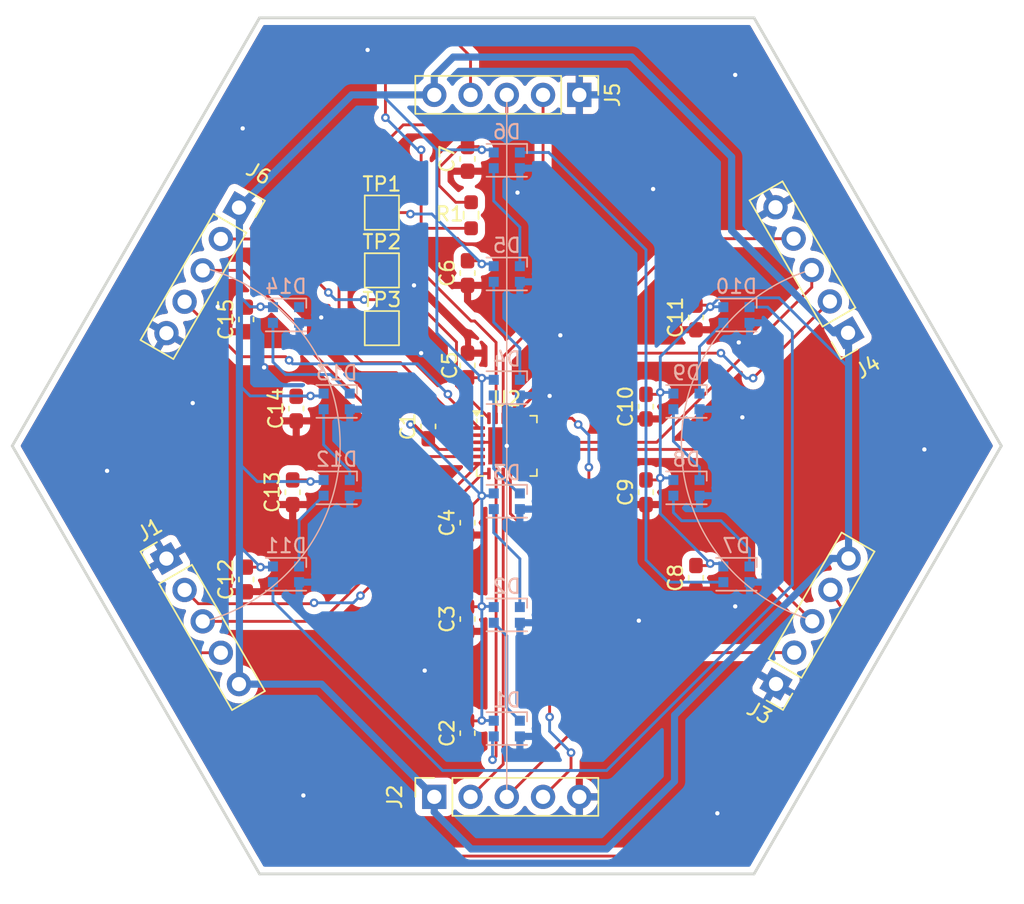
<source format=kicad_pcb>
(kicad_pcb (version 20240108) (generator "pcbnew") (generator_version "8.0")
  (layers (0 "F.Cu" signal) (31 "B.Cu" signal) (34 "B.Paste" user) (35 "F.Paste" user) (36 "B.SilkS" user "B.Silkscreen") (37 "F.SilkS" user "F.Silkscreen") (38 "B.Mask" user) (39 "F.Mask" user) (44 "Edge.Cuts" user))
  (net 0 "")
  (net 1 "GND")
  (net 2 "VCC")
  (net 3 "/LED")
  (net 4 "Net-(D1-DOUT)")
  (net 5 "Net-(D2-DOUT)")
  (net 6 "Net-(D3-DOUT)")
  (net 7 "Net-(D4-DOUT)")
  (net 8 "Net-(D5-DOUT)")
  (net 9 "Net-(D6-DOUT)")
  (net 10 "Net-(D7-DOUT)")
  (net 11 "/SIDE_1")
  (net 12 "/SPARE_1")
  (net 13 "/SPARE_2a")
  (net 14 "/SIDE_2")
  (net 15 "/SIDE_3")
  (net 16 "/SPARE_2b")
  (net 17 "/SIDE_4")
  (net 18 "/SPARE_3")
  (net 19 "/SIDE_5")
  (net 20 "/SPARE_4a")
  (net 21 "/SPARE_4b")
  (net 22 "/SIDE_6")
  (net 23 "/UPDI")
  (net 29 "/SPARE_5")
  (net 30 "/SPARE_6b")
  (net 31 "/SPARE_6a")
  (net 32 "Net-(D8-DOUT)")
  (net 33 "/LED_OUT_1")
  (net 34 "Net-(D10-DOUT)")
  (net 35 "Net-(D11-DOUT)")
  (net 36 "Net-(D12-DOUT)")
  (net 37 "Net-(D13-DOUT)")
  (footprint "Capacitor_SMD:C_0603_1608Metric_Pad1.08x0.95mm_HandSolder" (layer "F.Cu") (at 137.31 92.1375 90)
    (property "Reference" "C3")
    (property "Value" "0.1uF")
  )
  (footprint "Capacitor_SMD:C_0603_1608Metric_Pad1.08x0.95mm_HandSolder" (layer "F.Cu") (at 125.31 77.3875 90)
    (property "Reference" "C14")
    (property "Value" "0.1uF")
  )
  (footprint "Capacitor_SMD:C_0603_1608Metric_Pad1.08x0.95mm_HandSolder" (layer "F.Cu") (at 137.31 85.3875 90)
    (property "Reference" "C4")
    (property "Value" "0.1uF")
  )
  (footprint "Connector_PinSocket_2.54mm:PinSocket_1x05_P2.54mm_Vertical" (layer "F.Cu") (at 134.98 104.6 90)
    (property "Reference" "J2")
    (property "Value" "Conn_01x05_Socket")
  )
  (footprint "Resistor_SMD:R_0603_1608Metric_Pad0.98x0.95mm_HandSolder" (layer "F.Cu") (at 137.56 63.8375 -90)
    (property "Reference" "R1")
    (property "Value" "DNP")
  )
  (footprint "Capacitor_SMD:C_0603_1608Metric_Pad1.08x0.95mm_HandSolder" (layer "F.Cu") (at 153.31 71 90)
    (property "Reference" "C11")
    (property "Value" "0.1uF")
  )
  (footprint "TestPoint:TestPoint_Pad_2.0x2.0mm" (layer "F.Cu") (at 131.31 71.75)
    (property "Reference" "TP3")
    (property "Value" "TestPoint")
  )
  (footprint "Capacitor_SMD:C_0603_1608Metric_Pad1.08x0.95mm_HandSolder" (layer "F.Cu") (at 134.56 78.6375 90)
    (property "Reference" "C1")
    (property "Value" "0.1uF")
  )
  (footprint "Capacitor_SMD:C_0603_1608Metric_Pad1.08x0.95mm_HandSolder" (layer "F.Cu") (at 137.31 67.8875 90)
    (property "Reference" "C6")
    (property "Value" "0.1uF")
  )
  (footprint "Capacitor_SMD:C_0603_1608Metric_Pad1.08x0.95mm_HandSolder" (layer "F.Cu") (at 149.81 83.25 90)
    (property "Reference" "C9")
    (property "Value" "0.1uF")
  )
  (footprint "TestPoint:TestPoint_Pad_2.0x2.0mm" (layer "F.Cu") (at 131.31 67.7)
    (property "Reference" "TP2")
    (property "Value" "TestPoint")
  )
  (footprint "Capacitor_SMD:C_0603_1608Metric_Pad1.08x0.95mm_HandSolder" (layer "F.Cu") (at 137.31 59.8875 90)
    (property "Reference" "C7")
    (property "Value" "0.1uF")
  )
  (footprint "Connector_PinHeader_2.54mm:PinHeader_1x05_P2.54mm_Vertical" (layer "F.Cu") (at 158.92 96.689409 150)
    (property "Reference" "J3")
    (property "Value" "Conn_01x05_Pin")
  )
  (footprint "Capacitor_SMD:C_0603_1608Metric_Pad1.08x0.95mm_HandSolder" (layer "F.Cu") (at 121.81 71.1375 90)
    (property "Reference" "C15")
    (property "Value" "0.1uF")
  )
  (footprint "Capacitor_SMD:C_0603_1608Metric_Pad1.08x0.95mm_HandSolder" (layer "F.Cu") (at 125.06 83.25 90)
    (property "Reference" "C13")
    (property "Value" "0.1uF")
  )
  (footprint "Connector_PinSocket_2.54mm:PinSocket_1x05_P2.54mm_Vertical" (layer "F.Cu") (at 121.3 63.300591 -30)
    (property "Reference" "J6")
    (property "Value" "Conn_01x05_Socket")
  )
  (footprint "Capacitor_SMD:C_0603_1608Metric_Pad1.08x0.95mm_HandSolder" (layer "F.Cu") (at 153.31 89.25 90)
    (property "Reference" "C8")
    (property "Value" "0.1uF")
  )
  (footprint "Capacitor_SMD:C_0603_1608Metric_Pad1.08x0.95mm_HandSolder" (layer "F.Cu") (at 137.31 100.1375 90)
    (property "Reference" "C2")
    (property "Value" "0.1uF")
  )
  (footprint "Connector_PinSocket_2.54mm:PinSocket_1x05_P2.54mm_Vertical" (layer "F.Cu") (at 163.963349 72.075928 -150)
    (property "Reference" "J4")
    (property "Value" "Conn_01x05_Socket")
  )
  (footprint "Capacitor_SMD:C_0603_1608Metric_Pad1.08x0.95mm_HandSolder" (layer "F.Cu") (at 149.81 77.25 90)
    (property "Reference" "C10")
    (property "Value" "0.1uF")
  )
  (footprint "Connector_PinHeader_2.54mm:PinHeader_1x05_P2.54mm_Vertical" (layer "F.Cu") (at 116.22 87.900591 30)
    (property "Reference" "J1")
    (property "Value" "Conn_01x05_Pin")
  )
  (footprint "Capacitor_SMD:C_0603_1608Metric_Pad1.08x0.95mm_HandSolder" (layer "F.Cu") (at 137.31 74.3625 -90)
    (property "Reference" "C5")
    (property "Value" "0.1uF")
  )
  (footprint "Connector_PinHeader_2.54mm:PinHeader_1x05_P2.54mm_Vertical" (layer "F.Cu") (at 145.14 55.4 -90)
    (property "Reference" "J5")
    (property "Value" "Conn_01x05_Pin")
  )
  (footprint "TestPoint:TestPoint_Pad_2.0x2.0mm" (layer "F.Cu") (at 131.31 63.65)
    (property "Reference" "TP1")
    (property "Value" "TestPoint")
  )
  (footprint "Package_DFN_QFN:QFN-24-1EP_4x4mm_P0.5mm_EP2.6x2.6mm" (layer "F.Cu") (at 140.06 80)
    (property "Reference" "U2")
    (property "Value" "ATtiny3217-M")
  )
  (footprint "Capacitor_SMD:C_0603_1608Metric_Pad1.08x0.95mm_HandSolder" (layer "F.Cu") (at 121.81 89.3625 90)
    (property "Reference" "C12")
    (property "Value" "0.1uF")
  )
  (footprint "LED_SMD:LED_WS2812B-2020_PLCC4_2.0x2.0mm" (layer "B.Cu") (at 140.06 67.9525 180)
    (property "Reference" "D5")
    (property "Value" "WS2812B-2020")
  )
  (footprint "LED_SMD:LED_WS2812B-2020_PLCC4_2.0x2.0mm" (layer "B.Cu") (at 140.06 59.9875 180)
    (property "Reference" "D6")
    (property "Value" "WS2812B-2020")
  )
  (footprint "LED_SMD:LED_WS2812B-2020_PLCC4_2.0x2.0mm" (layer "B.Cu") (at 152.645 76.883333 180)
    (property "Reference" "D9")
    (property "Value" "WS2812B-2020")
  )
  (footprint "LED_SMD:LED_WS2812B-2020_PLCC4_2.0x2.0mm" (layer "B.Cu") (at 140.06 91.8475 180)
    (property "Reference" "D2")
    (property "Value" "WS2812B-2020")
  )
  (footprint "LED_SMD:LED_WS2812B-2020_PLCC4_2.0x2.0mm" (layer "B.Cu") (at 124.595 70.825 180)
    (property "Reference" "D14")
    (property "Value" "WS2812B-2020")
  )
  (footprint "LED_SMD:LED_WS2812B-2020_PLCC4_2.0x2.0mm" (layer "B.Cu") (at 140.06 99.8125 180)
    (property "Reference" "D1")
    (property "Value" "WS2812B-2020")
  )
  (footprint "LED_SMD:LED_WS2812B-2020_PLCC4_2.0x2.0mm" (layer "B.Cu") (at 128.145 76.883333 180)
    (property "Reference" "D13")
    (property "Value" "WS2812B-2020")
  )
  (footprint "LED_SMD:LED_WS2812B-2020_PLCC4_2.0x2.0mm" (layer "B.Cu") (at 140.06 83.8825 180)
    (property "Reference" "D3")
    (property "Value" "WS2812B-2020")
  )
  (footprint "LED_SMD:LED_WS2812B-2020_PLCC4_2.0x2.0mm" (layer "B.Cu") (at 152.645 82.941666 180)
    (property "Reference" "D8")
    (property "Value" "WS2812B-2020")
  )
  (footprint "LED_SMD:LED_WS2812B-2020_PLCC4_2.0x2.0mm" (layer "B.Cu") (at 156.145 89 180)
    (property "Reference" "D7")
    (property "Value" "WS2812B-2020")
  )
  (footprint "LED_SMD:LED_WS2812B-2020_PLCC4_2.0x2.0mm" (layer "B.Cu") (at 140.06 75.9175 180)
    (property "Reference" "D4")
    (property "Value" "WS2812B-2020")
  )
  (footprint "LED_SMD:LED_WS2812B-2020_PLCC4_2.0x2.0mm" (layer "B.Cu") (at 128.145 82.941666 180)
    (property "Reference" "D12")
    (property "Value" "WS2812B-2020")
  )
  (footprint "LED_SMD:LED_WS2812B-2020_PLCC4_2.0x2.0mm" (layer "B.Cu") (at 124.595 89 180)
    (property "Reference" "D11")
    (property "Value" "WS2812B-2020")
  )
  (footprint "LED_SMD:LED_WS2812B-2020_PLCC4_2.0x2.0mm" (layer "B.Cu") (at 156.145 70.825 180)
    (property "Reference" "D10")
    (property "Value" "WS2812B-2020")
  )
  (gr_line (start 140.06 105) (end 140.06 55) (stroke (width 0.1)) (layer "B.SilkS"))
  (gr_arc (start 119.194085 67.615745) (mid 128.385 79.875) (end 119.264538 92.186759) (stroke (width 0.1)) (layer "B.SilkS"))
  (gr_arc (start 161.480453 92.221015) (mid 152.289538 79.96176) (end 161.41 67.650001) (stroke (width 0.1)) (layer "B.SilkS"))
  (gr_line (start 122.739492 110) (end 157.380508 110) (stroke (width 0.2)) (layer "Edge.Cuts"))
  (gr_line (start 157.380508 110) (end 174.701016 80) (stroke (width 0.2)) (layer "Edge.Cuts"))
  (gr_line (start 174.701016 80) (end 157.380508 50) (stroke (width 0.2)) (layer "Edge.Cuts"))
  (gr_line (start 122.739492 50) (end 105.418984 80) (stroke (width 0.2)) (layer "Edge.Cuts"))
  (gr_line (start 105.418984 80) (end 122.739492 110) (stroke (width 0.2)) (layer "Edge.Cuts"))
  (gr_line (start 157.380508 50) (end 122.739492 50) (stroke (width 0.2)) (layer "Edge.Cuts"))
  (segment (start 139.81 79.75) (end 140.06 80) (width 0.2) (layer "F.Cu") (net 1))
  (segment (start 138.1225 79.75) (end 139.81 79.75) (width 0.2) (layer "F.Cu") (net 1))
  (segment (start 138.1225 79.75) (end 136.535 79.75) (width 0.2) (layer "F.Cu") (net 1))
  (segment (start 136.535 79.75) (end 134.56 77.775) (width 0.2) (layer "F.Cu") (net 1))
  (via (at 156.06 54) (size 0.6) (drill 0.3) (layers "F.Cu" "B.Cu") (net 1))
  (via (at 134.06 73.5) (size 0.6) (drill 0.3) (layers "F.Cu" "B.Cu") (net 1))
  (via (at 154.81 105.75) (size 0.6) (drill 0.3) (layers "F.Cu" "B.Cu") (net 1))
  (via (at 112.06 81.75) (size 0.6) (drill 0.3) (layers "F.Cu" "B.Cu") (net 1))
  (via (at 134.31 95.75) (size 0.6) (drill 0.3) (layers "F.Cu" "B.Cu") (net 1))
  (via (at 143.06 76.5) (size 0.6) (drill 0.3) (layers "F.Cu" "B.Cu") (net 1))
  (via (at 130.31 52.25) (size 0.6) (drill 0.3) (layers "F.Cu" "B.Cu") (net 1))
  (via (at 150.31 62) (size 0.6) (drill 0.3) (layers "F.Cu" "B.Cu") (net 1))
  (via (at 121.56 57.75) (size 0.6) (drill 0.3) (layers "F.Cu" "B.Cu") (net 1))
  (via (at 127.06 71) (size 0.6) (drill 0.3) (layers "F.Cu" "B.Cu") (net 1))
  (via (at 169.31 80.25) (size 0.6) (drill 0.3) (layers "F.Cu" "B.Cu") (net 1))
  (via (at 156.31 72.75) (size 0.6) (drill 0.3) (layers "F.Cu" "B.Cu") (net 1))
  (via (at 133.56 68.75) (size 0.6) (drill 0.3) (layers "F.Cu" "B.Cu") (net 1))
  (via (at 140.81 62.25) (size 0.6) (drill 0.3) (layers "F.Cu" "B.Cu") (net 1))
  (via (at 118.06 77) (size 0.6) (drill 0.3) (layers "F.Cu" "B.Cu") (net 1))
  (via (at 123.06 74.5) (size 0.6) (drill 0.3) (layers "F.Cu" "B.Cu") (net 1))
  (via (at 156.06 91.25) (size 0.6) (drill 0.3) (layers "F.Cu" "B.Cu") (net 1))
  (via (at 143.81 72.25) (size 0.6) (drill 0.3) (layers "F.Cu" "B.Cu") (net 1))
  (via (at 119.81 70.25) (size 0.6) (drill 0.3) (layers "F.Cu" "B.Cu") (net 1))
  (via (at 156.56 78) (size 0.6) (drill 0.3) (layers "F.Cu" "B.Cu") (net 1))
  (via (at 125.81 104.5) (size 0.6) (drill 0.3) (layers "F.Cu" "B.Cu") (net 1))
  (via (at 140.06 80) (size 0.6) (drill 0.3) (layers "F.Cu" "B.Cu") (net 1))
  (via (at 149.31 92.25) (size 0.6) (drill 0.3) (layers "F.Cu" "B.Cu") (net 1))
  (segment (start 140.975 76.4675) (end 143.0275 76.4675) (width 0.2) (layer "B.Cu") (net 1))
  (segment (start 143.0275 76.4675) (end 143.06 76.5) (width 0.2) (layer "B.Cu") (net 1))
  (segment (start 137.56 62.925) (end 136.485 62.925) (width 0.2) (layer "F.Cu") (net 2))
  (segment (start 122.06 88.525) (end 121.835 88.525) (width 0.2) (layer "F.Cu") (net 2))
  (segment (start 121.835 88.525) (end 121.81 88.5) (width 0.2) (layer "F.Cu") (net 2))
  (segment (start 135.31 61.75) (end 135.31 60.5) (width 0.2) (layer "F.Cu") (net 2))
  (segment (start 137.31 84.525) (end 137.31 84.5) (width 0.2) (layer "F.Cu") (net 2))
  (segment (start 134.56 79.5) (end 135.31 80.25) (width 0.2) (layer "F.Cu") (net 2))
  (segment (start 154.1975 70.1375) (end 154.31 70.25) (width 0.2) (layer "F.Cu") (net 2))
  (segment (start 137.31 91.275) (end 138.285 91.275) (width 0.2) (layer "F.Cu") (net 2))
  (segment (start 153.31 88.3875) (end 154.1725 88.3875) (width 0.2) (layer "F.Cu") (net 2))
  (segment (start 125.06 82.3875) (end 126.1975 82.3875) (width 0.2) (layer "F.Cu") (net 2))
  (segment (start 126.285 76.525) (end 126.31 76.5) (width 0.2) (layer "F.Cu") (net 2))
  (segment (start 154.1725 88.3875) (end 154.31 88.25) (width 0.2) (layer "F.Cu") (net 2))
  (segment (start 150.6725 76.3875) (end 150.81 76.25) (width 0.2) (layer "F.Cu") (net 2))
  (segment (start 125.31 76.525) (end 126.285 76.525) (width 0.2) (layer "F.Cu") (net 2))
  (segment (start 135.31 60.5) (end 136.785 59.025) (width 0.2) (layer "F.Cu") (net 2))
  (segment (start 149.81 82.3875) (end 150.6725 82.3875) (width 0.2) (layer "F.Cu") (net 2))
  (segment (start 137.31 67.025) (end 138.085 67.025) (width 0.2) (layer "F.Cu") (net 2))
  (segment (start 136.485 62.925) (end 135.31 61.75) (width 0.2) (layer "F.Cu") (net 2))
  (segment (start 138.285 99.275) (end 138.31 99.25) (width 0.2) (layer "F.Cu") (net 2))
  (segment (start 133.56 78.5) (end 134.56 79.5) (width 0.2) (layer "F.Cu") (net 2))
  (segment (start 138.085 67.025) (end 138.31 67.25) (width 0.2) (layer "F.Cu") (net 2))
  (segment (start 122.785 70.275) (end 122.81 70.25) (width 0.2) (layer "F.Cu") (net 2))
  (segment (start 137.31 84.5) (end 138.31 83.5) (width 0.2) (layer "F.Cu") (net 2))
  (segment (start 138.285 91.275) (end 138.31 91.25) (width 0.2) (layer "F.Cu") (net 2))
  (segment (start 153.31 70.1375) (end 154.1975 70.1375) (width 0.2) (layer "F.Cu") (net 2))
  (segment (start 133.31 78.5) (end 133.56 78.5) (width 0.2) (layer "F.Cu") (net 2))
  (segment (start 138.085 59.025) (end 138.31 59.25) (width 0.2) (layer "F.Cu") (net 2))
  (segment (start 133.31 63.75) (end 133.21 63.65) (width 0.2) (layer "F.Cu") (net 2))
  (segment (start 138.285 75.225) (end 138.31 75.25) (width 0.2) (layer "F.Cu") (net 2))
  (segment (start 150.6725 82.3875) (end 150.81 82.25) (width 0.2) (layer "F.Cu") (net 2))
  (segment (start 135.31 80.25) (end 138.1225 80.25) (width 0.2) (layer "F.Cu") (net 2))
  (segment (start 149.81 76.3875) (end 150.6725 76.3875) (width 0.2) (layer "F.Cu") (net 2))
  (segment (start 136.785 59.025) (end 137.31 59.025) (width 0.2) (layer "F.Cu") (net 2))
  (segment (start 133.21 63.65) (end 131.31 63.65) (width 0.2) (layer "F.Cu") (net 2))
  (segment (start 121.81 88.5) (end 122.81 88.5) (width 0.2) (layer "F.Cu") (net 2))
  (segment (start 126.1975 82.3875) (end 126.31 82.5) (width 0.2) (layer "F.Cu") (net 2))
  (segment (start 137.31 75.225) (end 138.285 75.225) (width 0.2) (layer "F.Cu") (net 2))
  (segment (start 137.31 59.025) (end 138.085 59.025) (width 0.2) (layer "F.Cu") (net 2))
  (segment (start 121.81 70.275) (end 122.785 70.275) (width 0.2) (layer "F.Cu") (net 2))
  (segment (start 137.31 99.275) (end 138.285 99.275) (width 0.2) (layer "F.Cu") (net 2))
  (via (at 138.31 91.25) (size 0.6) (drill 0.3) (layers "F.Cu" "B.Cu") (net 2))
  (via (at 122.81 88.5) (size 0.6) (drill 0.3) (layers "F.Cu" "B.Cu") (net 2))
  (via (at 138.31 75.25) (size 0.6) (drill 0.3) (layers "F.Cu" "B.Cu") (net 2))
  (via (at 154.31 70.25) (size 0.6) (drill 0.3) (layers "F.Cu" "B.Cu") (net 2))
  (via (at 138.31 59.25) (size 0.6) (drill 0.3) (layers "F.Cu" "B.Cu") (net 2))
  (via (at 133.31 78.5) (size 0.6) (drill 0.3) (layers "F.Cu" "B.Cu") (net 2))
  (via (at 126.31 76.5) (size 0.6) (drill 0.3) (layers "F.Cu" "B.Cu") (net 2))
  (via (at 133.31 63.75) (size 0.6) (drill 0.3) (layers "F.Cu" "B.Cu") (net 2))
  (via (at 138.31 99.25) (size 0.6) (drill 0.3) (layers "F.Cu" "B.Cu") (net 2))
  (via (at 150.81 76.25) (size 0.6) (drill 0.3) (layers "F.Cu" "B.Cu") (net 2))
  (via (at 122.81 70.25) (size 0.6) (drill 0.3) (layers "F.Cu" "B.Cu") (net 2))
  (via (at 126.31 82.5) (size 0.6) (drill 0.3) (layers "F.Cu" "B.Cu") (net 2))
  (via (at 138.31 67.25) (size 0.6) (drill 0.3) (layers "F.Cu" "B.Cu") (net 2))
  (via (at 150.81 82.25) (size 0.6) (drill 0.3) (layers "F.Cu" "B.Cu") (net 2))
  (via (at 154.31 88.25) (size 0.6) (drill 0.3) (layers "F.Cu" "B.Cu") (net 2))
  (via (at 138.31 83.5) (size 0.6) (drill 0.3) (layers "F.Cu" "B.Cu") (net 2))
  (segment (start 138.31 99.25) (end 138.31 91.25) (width 0.2) (layer "B.Cu") (net 2))
  (segment (start 155.81 59.75) (end 155.81 64.904075) (width 0.5) (layer "B.Cu") (net 2))
  (segment (start 138.31 75.25) (end 139.0275 75.25) (width 0.2) (layer "B.Cu") (net 2))
  (segment (start 151.81 103.5) (end 147.06 108.25) (width 0.5) (layer "B.Cu") (net 2))
  (segment (start 121.3 63.300591) (end 121.33 63.330591) (width 0.5) (layer "B.Cu") (net 2))
  (segment (start 126.31 82.5) (end 122.58 82.5) (width 0.2) (layer "B.Cu") (net 2))
  (segment (start 151.81 98.87851) (end 151.81 103.5) (width 0.5) (layer "B.Cu") (net 2))
  (segment (start 164 87.890591) (end 164 74.5) (width 0.5) (layer "B.Cu") (net 2))
  (segment (start 154.31 70.25) (end 155.205 70.25) (width 0.2) (layer "B.Cu") (net 2))
  (segment (start 139.0275 75.25) (end 139.145 75.3675) (width 0.2) (layer "B.Cu") (net 2))
  (segment (start 121.33 63.330591) (end 121.33 69.5) (width 0.5) (layer "B.Cu") (net 2))
  (segment (start 137.56 108.25) (end 134.98 105.67) (width 0.5) (layer "B.Cu") (net 2))
  (segment (start 127.121666 82.5) (end 127.23 82.391666) (width 0.2) (layer "B.Cu") (net 2))
  (segment (start 159.125 69.625) (end 164 74.5) (width 0.2) (layer "B.Cu") (net 2))
  (segment (start 138.31 99.25) (end 139.1325 99.25) (width 0.2) (layer "B.Cu") (net 2))
  (segment (start 122.08 76.5) (end 121.33 75.75) (width 0.2) (layer "B.Cu") (net 2))
  (segment (start 123.63 88.5) (end 123.68 88.45) (width 0.2) (layer "B.Cu") (net 2))
  (segment (start 134.98 105.67) (end 134.98 104.6) (width 0.5) (layer "B.Cu") (net 2))
  (segment (start 122.08 70.25) (end 121.33 69.5) (width 0.2) (layer "B.Cu") (net 2))
  (segment (start 121.33 96.669409) (end 121.3 96.699409) (width 0.5) (layer "B.Cu") (net 2))
  (segment (start 121.33 69.5) (end 121.33 75.75) (width 0.5) (layer "B.Cu") (net 2))
  (segment (start 127.063333 76.5) (end 127.23 76.333333) (width 0.2) (layer "B.Cu") (net 2))
  (segment (start 134.81 63.75) (end 133.31 63.75) (width 0.2) (layer "B.Cu") (net 2))
  (segment (start 122.81 70.25) (end 122.08 70.25) (width 0.2) (layer "B.Cu") (net 2))
  (segment (start 155.205 70.25) (end 155.23 70.275) (width 0.2) (layer "B.Cu") (net 2))
  (segment (start 162.981853 72.075928) (end 163.963349 72.075928) (width 0.5) (layer "B.Cu") (net 2))
  (segment (start 164 72.112579) (end 163.963349 72.075928) (width 0.5) (layer "B.Cu") (net 2))
  (segment (start 147.06 108.25) (end 137.56 108.25) (width 0.5) (layer "B.Cu") (net 2))
  (segment (start 154.31 70.25) (end 154.935 69.625) (width 0.2) (layer "B.Cu") (net 2))
  (segment (start 138.31 83.5) (end 138.9775 83.5) (width 0.2) (layer "B.Cu") (net 2))
  (segment (start 139.1325 99.25) (end 139.145 99.2625) (width 0.2) (layer "B.Cu") (net 2))
  (segment (start 138.31 91.25) (end 138.31 83.5) (width 0.2) (layer "B.Cu") (net 2))
  (segment (start 126.31 76.5) (end 122.08 76.5) (width 0.2) (layer "B.Cu") (net 2))
  (segment (start 134.98 55.4) (end 134.98 54.08) (width 0.5) (layer "B.Cu") (net 2))
  (segment (start 122.81 88.5) (end 123.63 88.5) (width 0.2) (layer "B.Cu") (net 2))
  (segment (start 136.31 52.75) (end 148.81 52.75) (width 0.5) (layer "B.Cu") (net 2))
  (segment (start 135.16 59.25) (end 131.31 55.4) (width 0.2) (layer "B.Cu") (net 2))
  (segment (start 138.31 91.25) (end 139.0975 91.25) (width 0.2) (layer "B.Cu") (net 2))
  (segment (start 154.31 88.25) (end 155.03 88.25) (width 0.2) (layer "B.Cu") (net 2))
  (segment (start 150.81 82.25) (end 150.81 76.25) (width 0.2) (layer "B.Cu") (net 2))
  (segment (start 148.81 52.75) (end 155.81 59.75) (width 0.5) (layer "B.Cu") (net 2))
  (segment (start 139.0975 91.25) (end 139.145 91.2975) (width 0.2) (layer "B.Cu") (net 2))
  (segment (start 151.588334 82.25) (end 151.73 82.391666) (width 0.2) (layer "B.Cu") (net 2))
  (segment (start 150.81 84.75) (end 150.81 82.25) (width 0.2) (layer "B.Cu") (net 2))
  (segment (start 121.3 96.699409) (end 127.079409 96.699409) (width 0.5) (layer "B.Cu") (net 2))
  (segment (start 138.9925 67.25) (end 139.145 67.4025) (width 0.2) (layer "B.Cu") (net 2))
  (segment (start 155.81 64.904075) (end 162.981853 72.075928) (width 0.5) (layer "B.Cu") (net 2))
  (segment (start 122.81 70.25) (end 123.655 70.25) (width 0.2) (layer "B.Cu") (net 2))
  (segment (start 151.646667 76.25) (end 151.73 76.333333) (width 0.2) (layer "B.Cu") (net 2))
  (segment (start 122.81 88.5) (end 121.33 87.02) (width 0.2) (layer "B.Cu") (net 2))
  (segment (start 135.16 59.25) (end 135.16 64) (width 0.2) (layer "B.Cu") (net 2))
  (segment (start 135.16 64) (end 135.16 72.1) (width 0.2) (layer "B.Cu") (net 2))
  (segment (start 164 87.890591) (end 162.797919 87.890591) (width 0.5) (layer "B.Cu") (net 2))
  (segment (start 138.31 75.25) (end 135.16 72.1) (width 0.2) (layer "B.Cu") (net 2))
  (segment (start 155.03 88.25) (end 155.23 88.45) (width 0.2) (layer "B.Cu") (net 2))
  (segment (start 162.797919 87.890591) (end 151.81 98.87851) (width 0.5) (layer "B.Cu") (net 2))
  (segment (start 121.33 75.75) (end 121.33 81.25) (width 0.5) (layer "B.Cu") (net 2))
  (segment (start 138.9775 83.5) (end 139.145 83.3325) (width 0.2) (layer "B.Cu") (net 2))
  (segment (start 154.31 88.25) (end 150.81 84.75) (width 0.2) (layer "B.Cu") (net 2))
  (segment (start 138.31 67.25) (end 138.9925 67.25) (width 0.2) (layer "B.Cu") (net 2))
  (segment (start 131.31 55.4) (end 129.200591 55.4) (width 0.5) (layer "B.Cu") (net 2))
  (segment (start 150.81 76.25) (end 151.646667 76.25) (width 0.2) (layer "B.Cu") (net 2))
  (segment (start 135.16 64.1) (end 134.81 63.75) (width 0.2) (layer "B.Cu") (net 2))
  (segment (start 150.81 82.25) (end 151.588334 82.25) (width 0.2) (layer "B.Cu") (net 2))
  (segment (start 121.33 86.25) (end 121.33 96.669409) (width 0.5) (layer "B.Cu") (net 2))
  (segment (start 138.31 83.5) (end 138.31 75.25) (width 0.2) (layer "B.Cu") (net 2))
  (segment (start 135.16 64) (end 135.16 64.1) (width 0.2) (layer "B.Cu") (net 2))
  (segment (start 150.81 73.75) (end 154.31 70.25) (width 0.2) (layer "B.Cu") (net 2))
  (segment (start 138.31 59.25) (end 135.16 59.25) (width 0.2) (layer "B.Cu") (net 2))
  (segment (start 138.9575 59.25) (end 139.145 59.4375) (width 0.2) (layer "B.Cu") (net 2))
  (segment (start 126.31 82.5) (end 127.121666 82.5) (width 0.2) (layer "B.Cu") (net 2))
  (segment (start 135.16 64.1) (end 138.31 67.25) (width 0.2) (layer "B.Cu") (net 2))
  (segment (start 122.58 82.5) (end 121.33 81.25) (width 0.2) (layer "B.Cu") (net 2))
  (segment (start 134.98 55.4) (end 131.31 55.4) (width 0.5) (layer "B.Cu") (net 2))
  (segment (start 121.33 87.02) (end 121.33 86.25) (width 0.2) (layer "B.Cu") (net 2))
  (segment (start 123.655 70.25) (end 123.68 70.275) (width 0.2) (layer "B.Cu") (net 2))
  (segment (start 150.81 76.25) (end 150.81 73.75) (width 0.2) (layer "B.Cu") (net 2))
  (segment (start 164 74.5) (end 164 72.112579) (width 0.5) (layer "B.Cu") (net 2))
  (segment (start 121.33 81.25) (end 121.33 86.25) (width 0.5) (layer "B.Cu") (net 2))
  (segment (start 154.935 69.625) (end 159.125 69.625) (width 0.2) (layer "B.Cu") (net 2))
  (segment (start 138.31 59.25) (end 138.9575 59.25) (width 0.2) (layer "B.Cu") (net 2))
  (segment (start 127.079409 96.699409) (end 134.98 104.6) (width 0.5) (layer "B.Cu") (net 2))
  (segment (start 129.200591 55.4) (end 121.3 63.300591) (width 0.5) (layer "B.Cu") (net 2))
  (segment (start 134.98 54.08) (end 136.31 52.75) (width 0.5) (layer "B.Cu") (net 2))
  (segment (start 126.31 76.5) (end 127.063333 76.5) (width 0.2) (layer "B.Cu") (net 2))
  (segment (start 138.31 83.5) (end 133.31 78.5) (width 0.2) (layer "B.Cu") (net 2))
  (segment (start 139.31 101.75) (end 139.06 102) (width 0.2) (layer "F.Cu") (net 3))
  (segment (start 139.31 81.9375) (end 139.31 101.75) (width 0.2) (layer "F.Cu") (net 3))
  (via (at 139.06 102) (size 0.6) (drill 0.3) (layers "F.Cu" "B.Cu") (net 3))
  (segment (start 139.06 100.4475) (end 139.145 100.3625) (width 0.2) (layer "B.Cu") (net 3))
  (segment (start 139.06 102) (end 139.06 100.4475) (width 0.2) (layer "B.Cu") (net 3))
  (segment (start 140.06 98.3475) (end 140.06 93.3125) (width 0.2) (layer "B.Cu") (net 4))
  (segment (start 140.975 99.2625) (end 140.06 98.3475) (width 0.2) (layer "B.Cu") (net 4))
  (segment (start 140.06 93.3125) (end 139.145 92.3975) (width 0.2) (layer "B.Cu") (net 4))
  (segment (start 140.975 91.2975) (end 140.975 87.915) (width 0.2) (layer "B.Cu") (net 5))
  (segment (start 140.975 87.915) (end 139.145 86.085) (width 0.2) (layer "B.Cu") (net 5))
  (segment (start 139.145 86.085) (end 139.145 84.4325) (width 0.2) (layer "B.Cu") (net 5))
  (segment (start 140.975 83.3325) (end 140.8925 83.3325) (width 0.2) (layer "B.Cu") (net 6))
  (segment (start 140.8925 83.3325) (end 139.145 81.585) (width 0.2) (layer "B.Cu") (net 6))
  (segment (start 139.145 81.585) (end 139.145 76.4675) (width 0.2) (layer "B.Cu") (net 6))
  (segment (start 140.975 75.3675) (end 140.975 73.165) (width 0.2) (layer "B.Cu") (net 7))
  (segment (start 139.145 71.335) (end 139.145 68.5025) (width 0.2) (layer "B.Cu") (net 7))
  (segment (start 140.975 73.165) (end 139.145 71.335) (width 0.2) (layer "B.Cu") (net 7))
  (segment (start 139.145 62.835) (end 139.145 60.5375) (width 0.2) (layer "B.Cu") (net 8))
  (segment (start 140.975 64.665) (end 139.145 62.835) (width 0.2) (layer "B.Cu") (net 8))
  (segment (start 140.975 67.4025) (end 140.975 64.665) (width 0.2) (layer "B.Cu") (net 8))
  (segment (start 142.9975 59.4375) (end 149.81 66.25) (width 0.2) (layer "B.Cu") (net 9))
  (segment (start 140.975 59.4375) (end 142.9975 59.4375) (width 0.2) (layer "B.Cu") (net 9))
  (segment (start 149.81 88) (end 151.36 89.55) (width 0.2) (layer "B.Cu") (net 9))
  (segment (start 151.36 89.55) (end 155.23 89.55) (width 0.2) (layer "B.Cu") (net 9))
  (segment (start 149.81 66.25) (end 149.81 88) (width 0.2) (layer "B.Cu") (net 9))
  (segment (start 155.06 85.25) (end 152.31 85.25) (width 0.2) (layer "B.Cu") (net 10))
  (segment (start 152.31 85.25) (end 151.73 84.67) (width 0.2) (layer "B.Cu") (net 10))
  (segment (start 151.73 84.67) (end 151.73 83.491666) (width 0.2) (layer "B.Cu") (net 10))
  (segment (start 157.06 87.25) (end 155.06 85.25) (width 0.2) (layer "B.Cu") (net 10))
  (segment (start 157.06 88.45) (end 157.06 87.25) (width 0.2) (layer "B.Cu") (net 10))
  (segment (start 138.1225 81.25) (end 127.0725 92.3) (width 0.2) (layer "F.Cu") (net 11))
  (segment (start 127.0725 92.3) (end 118.76 92.3) (width 0.2) (layer "F.Cu") (net 11))
  (segment (start 117.49 90.100296) (end 118.452204 91.0625) (width 0.2) (layer "F.Cu") (net 12))
  (segment (start 138.372524 81.9375) (end 129.81 90.500024) (width 0.2) (layer "F.Cu") (net 12))
  (segment (start 138.81 81.9375) (end 138.372524 81.9375) (width 0.2) (layer "F.Cu") (net 12))
  (segment (start 126.4975 91.0625) (end 126.56 91) (width 0.2) (layer "F.Cu") (net 12))
  (segment (start 118.452204 91.0625) (end 126.4975 91.0625) (width 0.2) (layer "F.Cu") (net 12))
  (via (at 126.56 91) (size 0.6) (drill 0.3) (layers "F.Cu" "B.Cu") (net 12))
  (via (at 129.81 90.500024) (size 0.6) (drill 0.3) (layers "F.Cu" "B.Cu") (net 12))
  (segment (start 126.56 91) (end 129.310024 91) (width 0.2) (layer "B.Cu") (net 12))
  (segment (start 129.310024 91) (end 129.81 90.500024) (width 0.2) (layer "B.Cu") (net 12))
  (segment (start 137.52 104.6) (end 139.81 102.31) (width 0.2) (layer "F.Cu") (net 13))
  (segment (start 139.81 102.31) (end 139.81 81.9375) (width 0.2) (layer "F.Cu") (net 13))
  (segment (start 141.9975 80.75) (end 142.424386 80.75) (width 0.2) (layer "F.Cu") (net 14))
  (segment (start 144.56 82.885614) (end 144.56 100.1) (width 0.2) (layer "F.Cu") (net 14))
  (segment (start 142.424386 80.75) (end 144.56 82.885614) (width 0.2) (layer "F.Cu") (net 14))
  (segment (start 144.56 100.1) (end 140.06 104.6) (width 0.2) (layer "F.Cu") (net 14))
  (segment (start 158.06 82.75) (end 158.06 88.89) (width 0.2) (layer "F.Cu") (net 15))
  (segment (start 155.56 80.25) (end 158.06 82.75) (width 0.2) (layer "F.Cu") (net 15))
  (segment (start 141.9975 80.25) (end 155.56 80.25) (width 0.2) (layer "F.Cu") (net 15))
  (segment (start 158.06 88.89) (end 161.46 92.29) (width 0.2) (layer "F.Cu") (net 15))
  (segment (start 144.56 102.64) (end 144.56 101.5) (width 0.2) (layer "F.Cu") (net 16))
  (segment (start 143.06 99) (end 143.06 87.5) (width 0.2) (layer "F.Cu") (net 16))
  (segment (start 143.06 87.5) (end 140.31 84.75) (width 0.2) (layer "F.Cu") (net 16))
  (segment (start 142.6 104.6) (end 144.56 102.64) (width 0.2) (layer "F.Cu") (net 16))
  (segment (start 140.31 84.75) (end 140.31 81.9375) (width 0.2) (layer "F.Cu") (net 16))
  (via (at 144.56 101.5) (size 0.6) (drill 0.3) (layers "F.Cu" "B.Cu") (net 16))
  (via (at 143.06 99) (size 0.6) (drill 0.3) (layers "F.Cu" "B.Cu") (net 16))
  (segment (start 143.06 100) (end 143.06 99) (width 0.2) (layer "B.Cu") (net 16))
  (segment (start 144.56 101.5) (end 143.06 100) (width 0.2) (layer "B.Cu") (net 16))
  (segment (start 141.9975 79.75) (end 150.56 79.75) (width 0.2) (layer "F.Cu") (net 17))
  (segment (start 150.56 79.75) (end 161.423349 68.886651) (width 0.2) (layer "F.Cu") (net 17))
  (segment (start 161.423349 68.886651) (end 161.423349 67.676519) (width 0.2) (layer "F.Cu") (net 17))
  (segment (start 152.799704 94.489704) (end 145.81 87.5) (width 0.2) (layer "F.Cu") (net 18))
  (segment (start 145.06 78.5) (end 144.6225 78.0625) (width 0.2) (layer "F.Cu") (net 18))
  (segment (start 160.19 94.489704) (end 152.799704 94.489704) (width 0.2) (layer "F.Cu") (net 18))
  (segment (start 144.6225 78.0625) (end 141.31 78.0625) (width 0.2) (layer "F.Cu") (net 18))
  (segment (start 145.81 87.5) (end 145.81 81.5) (width 0.2) (layer "F.Cu") (net 18))
  (via (at 145.06 78.5) (size 0.6) (drill 0.3) (layers "F.Cu" "B.Cu") (net 18))
  (via (at 145.81 81.5) (size 0.6) (drill 0.3) (layers "F.Cu" "B.Cu") (net 18))
  (segment (start 145.81 79.25) (end 145.06 78.5) (width 0.2) (layer "B.Cu") (net 18))
  (segment (start 145.81 81.5) (end 145.81 79.25) (width 0.2) (layer "B.Cu") (net 18))
  (segment (start 139.56 57.5) (end 140.06 57) (width 0.2) (layer "F.Cu") (net 19))
  (segment (start 138.1225 79.25) (end 137.695614 79.25) (width 0.2) (layer "F.Cu") (net 19))
  (segment (start 128.31 62) (end 132.81 57.5) (width 0.2) (layer "F.Cu") (net 19))
  (segment (start 132.81 57.5) (end 139.56 57.5) (width 0.2) (layer "F.Cu") (net 19))
  (segment (start 128.31 72.5) (end 128.31 62) (width 0.2) (layer "F.Cu") (net 19))
  (segment (start 132.61 74.164386) (end 129.974386 74.164386) (width 0.2) (layer "F.Cu") (net 19))
  (segment (start 129.974386 74.164386) (end 128.31 72.5) (width 0.2) (layer "F.Cu") (net 19))
  (segment (start 137.695614 79.25) (end 132.61 74.164386) (width 0.2) (layer "F.Cu") (net 19))
  (segment (start 140.06 57) (end 140.06 55.4) (width 0.2) (layer "F.Cu") (net 19))
  (segment (start 140.81 78.0625) (end 140.81 77.635614) (width 0.2) (layer "F.Cu") (net 20))
  (segment (start 140.81 77.635614) (end 144.945614 73.5) (width 0.2) (layer "F.Cu") (net 20))
  (segment (start 162.693349 69.876223) (end 157.31479 75.254782) (width 0.2) (layer "F.Cu") (net 20))
  (segment (start 157.31479 75.254782) (end 157.314782 75.254782) (width 0.2) (layer "F.Cu") (net 20))
  (segment (start 144.945614 73.5) (end 155.06 73.5) (width 0.2) (layer "F.Cu") (net 20))
  (via (at 155.06 73.5) (size 0.6) (drill 0.3) (layers "F.Cu" "B.Cu") (net 20))
  (via (at 157.314782 75.254782) (size 0.6) (drill 0.3) (layers "F.Cu" "B.Cu") (net 20))
  (segment (start 156.814782 75.254782) (end 157.314782 75.254782) (width 0.2) (layer "B.Cu") (net 20))
  (segment (start 155.06 73.5) (end 156.814782 75.254782) (width 0.2) (layer "B.Cu") (net 20))
  (segment (start 152.403114 65.476814) (end 160.153349 65.476814) (width 0.2) (layer "F.Cu") (net 21))
  (segment (start 140.31 77.569928) (end 152.403114 65.476814) (width 0.2) (layer "F.Cu") (net 21))
  (segment (start 140.31 78.0625) (end 140.31 77.569928) (width 0.2) (layer "F.Cu") (net 21))
  (segment (start 138.1225 80.75) (end 133.729239 80.75) (width 0.2) (layer "F.Cu") (net 22))
  (segment (start 125.46 72.480761) (end 125.46 71.65) (width 0.2) (layer "F.Cu") (net 22))
  (segment (start 133.729239 80.75) (end 125.46 72.480761) (width 0.2) (layer "F.Cu") (net 22))
  (segment (start 121.51 67.7) (end 118.76 67.7) (width 0.2) (layer "F.Cu") (net 22))
  (segment (start 125.46 71.65) (end 121.51 67.7) (width 0.2) (layer "F.Cu") (net 22))
  (segment (start 139.31 72.75) (end 137.81 71.25) (width 0.2) (layer "F.Cu") (net 23))
  (segment (start 137.81 71.25) (end 137.56 71.25) (width 0.2) (layer "F.Cu") (net 23))
  (segment (start 133.56 51.5) (end 136.31 51.5) (width 0.2) (layer "F.Cu") (net 23))
  (segment (start 125.31 51.5) (end 133.56 51.5) (width 0.2) (layer "F.Cu") (net 23))
  (segment (start 162.73 90.090295) (end 165.225909 94.165909) (width 0.2) (layer "F.Cu") (net 23))
  (segment (start 131.56 57) (end 131.56 53.5) (width 0.2) (layer "F.Cu") (net 23))
  (segment (start 116.473167 94.499705) (end 114.891731 92.918269) (width 0.2) (layer "F.Cu") (net 23))
  (segment (start 137.56 71.25) (end 134.01 67.7) (width 0.2) (layer "F.Cu") (net 23))
  (segment (start 134.06 64.95) (end 134.06 59.25) (width 0.2) (layer "F.Cu") (net 23))
  (segment (start 131.31 67.7) (end 134.06 64.95) (width 0.2) (layer "F.Cu") (net 23))
  (segment (start 107.31 79.75) (end 121.06 55.75) (width 0.2) (layer "F.Cu") (net 23))
  (segment (start 116.81 96.25) (end 123.56 108.75) (width 0.2) (layer "F.Cu") (net 23))
  (segment (start 114.891731 92.918269) (end 107.31 79.75) (width 0.2) (layer "F.Cu") (net 23))
  (segment (start 156.56 108.75) (end 165.225909 94.165909) (width 0.2) (layer "F.Cu") (net 23))
  (segment (start 134.26 64.75) (end 137.56 64.75) (width 0.2) (layer "F.Cu") (net 23))
  (segment (start 139.31 78.0625) (end 139.31 72.75) (width 0.2) (layer "F.Cu") (net 23))
  (segment (start 114.891731 92.918269) (end 116.81 96.25) (width 0.2) (layer "F.Cu") (net 23))
  (segment (start 120.03 94.499705) (end 116.473167 94.499705) (width 0.2) (layer "F.Cu") (net 23))
  (segment (start 137.52 52.71) (end 137.52 55.4) (width 0.2) (layer "F.Cu") (net 23))
  (segment (start 123.56 108.75) (end 156.56 108.75) (width 0.2) (layer "F.Cu") (net 23))
  (segment (start 134.06 64.95) (end 134.26 64.75) (width 0.2) (layer "F.Cu") (net 23))
  (segment (start 134.01 67.7) (end 131.31 67.7) (width 0.2) (layer "F.Cu") (net 23))
  (segment (start 121.06 55.75) (end 125.31 51.5) (width 0.2) (layer "F.Cu") (net 23))
  (segment (start 136.31 51.5) (end 137.52 52.71) (width 0.2) (layer "F.Cu") (net 23))
  (segment (start 131.56 53.5) (end 133.56 51.5) (width 0.2) (layer "F.Cu") (net 23))
  (via (at 134.06 59.25) (size 0.6) (drill 0.3) (layers "F.Cu" "B.Cu") (net 23))
  (via (at 131.56 57) (size 0.6) (drill 0.3) (layers "F.Cu" "B.Cu") (net 23))
  (segment (start 134.06 59.25) (end 133.81 59.25) (width 0.2) (layer "B.Cu") (net 23))
  (segment (start 133.81 59.25) (end 131.56 57) (width 0.2) (layer "B.Cu") (net 23))
  (segment (start 142.6 70.96) (end 139.81 73.75) (width 0.2) (layer "F.Cu") (net 29))
  (segment (start 139.81 73.75) (end 139.81 78.0625) (width 0.2) (layer "F.Cu") (net 29))
  (segment (start 142.6 55.4) (end 142.6 70.96) (width 0.2) (layer "F.Cu") (net 29))
  (segment (start 121.340295 73.75) (end 124.56 73.75) (width 0.2) (layer "F.Cu") (net 30))
  (segment (start 124.56 73.75) (end 124.81 74) (width 0.2) (layer "F.Cu") (net 30))
  (segment (start 138.1225 78.75) (end 135.935 76.5625) (width 0.2) (layer "F.Cu") (net 30))
  (segment (start 135.935 76.5625) (end 135.935 76.375) (width 0.2) (layer "F.Cu") (net 30))
  (segment (start 117.49 69.899705) (end 121.340295 73.75) (width 0.2) (layer "F.Cu") (net 30))
  (via (at 124.81 74) (size 0.6) (drill 0.3) (layers "F.Cu" "B.Cu") (net 30))
  (via (at 135.935 76.375) (size 0.6) (drill 0.3) (layers "F.Cu" "B.Cu") (net 30))
  (segment (start 135.935 76.375) (end 133.81 74.25) (width 0.2) (layer "B.Cu") (net 30))
  (segment (start 125.06 74.25) (end 124.81 74) (width 0.2) (layer "B.Cu") (net 30))
  (segment (start 133.81 74.25) (end 125.06 74.25) (width 0.2) (layer "B.Cu") (net 30))
  (segment (start 136.535 72.725) (end 133.56 69.75) (width 0.2) (layer "F.Cu") (net 31))
  (segment (start 136.535 75.7875) (end 136.535 72.725) (width 0.2) (layer "F.Cu") (net 31))
  (segment (start 123.810296 65.500296) (end 120.03 65.500296) (width 0.2) (layer "F.Cu") (net 31))
  (segment (start 138.81 78.0625) (end 136.535 75.7875) (width 0.2) (layer "F.Cu") (net 31))
  (segment (start 127.56 69.25) (end 123.810296 65.500296) (width 0.2) (layer "F.Cu") (net 31))
  (segment (start 133.56 69.75) (end 130.06 69.75) (width 0.2) (layer "F.Cu") (net 31))
  (via (at 127.56 69.25) (size 0.6) (drill 0.3) (layers "F.Cu" "B.Cu") (net 31))
  (via (at 130.06 69.75) (size 0.6) (drill 0.3) (layers "F.Cu" "B.Cu") (net 31))
  (segment (start 128.06 69.75) (end 127.56 69.25) (width 0.2) (layer "B.Cu") (net 31))
  (segment (start 130.06 69.75) (end 128.06 69.75) (width 0.2) (layer "B.Cu") (net 31))
  (segment (start 151.73 79.67) (end 151.73 77.433333) (width 0.2) (layer "B.Cu") (net 32))
  (segment (start 153.56 82.391666) (end 153.56 81.5) (width 0.2) (layer "B.Cu") (net 32))
  (segment (start 153.56 81.5) (end 151.73 79.67) (width 0.2) (layer "B.Cu") (net 32))
  (segment (start 153.56 76.333333) (end 153.56 73.045) (width 0.2) (layer "B.Cu") (net 33))
  (segment (start 153.56 73.045) (end 155.23 71.375) (width 0.2) (layer "B.Cu") (net 33))
  (segment (start 123.68 90.87) (end 123.68 89.55) (width 0.2) (layer "B.Cu") (net 34))
  (segment (start 135.56 102.75) (end 123.68 90.87) (width 0.2) (layer "B.Cu") (net 34))
  (segment (start 160.06 72) (end 160.06 89.75) (width 0.2) (layer "B.Cu") (net 34))
  (segment (start 160.06 89.75) (end 147.06 102.75) (width 0.2) (layer "B.Cu") (net 34))
  (segment (start 147.06 102.75) (end 135.56 102.75) (width 0.2) (layer "B.Cu") (net 34))
  (segment (start 157.06 70.275) (end 158.335 70.275) (width 0.2) (layer "B.Cu") (net 34))
  (segment (start 158.335 70.275) (end 160.06 72) (width 0.2) (layer "B.Cu") (net 34))
  (segment (start 125.51 88.45) (end 125.51 85.211666) (width 0.2) (layer "B.Cu") (net 35))
  (segment (start 125.51 85.211666) (end 127.23 83.491666) (width 0.2) (layer "B.Cu") (net 35))
  (segment (start 127.23 79.92) (end 127.23 77.433333) (width 0.2) (layer "B.Cu") (net 36))
  (segment (start 129.06 82.391666) (end 129.06 81.75) (width 0.2) (layer "B.Cu") (net 36))
  (segment (start 129.06 81.75) (end 127.23 79.92) (width 0.2) (layer "B.Cu") (net 36))
  (segment (start 123.68 74.12) (end 123.68 71.375) (width 0.2) (layer "B.Cu") (net 37))
  (segment (start 127.726667 75) (end 124.56 75) (width 0.2) (layer "B.Cu") (net 37))
  (segment (start 124.56 75) (end 123.68 74.12) (width 0.2) (layer "B.Cu") (net 37))
  (segment (start 129.06 76.333333) (end 127.726667 75) (width 0.2) (layer "B.Cu") (net 37))
  (zone (net 1) (net_name "GND") (layers "F&B.Cu") (connect_pads (clearance 0.5)) (min_thickness 0.25) (fill yes (thermal_gap 0.5) (thermal_bridge_width 0.5))
    (polygon (pts (xy 104.56 49) (xy 105.31 111) (xy 175.31 111) (xy 176.31 48.75)))
  )
)
</source>
